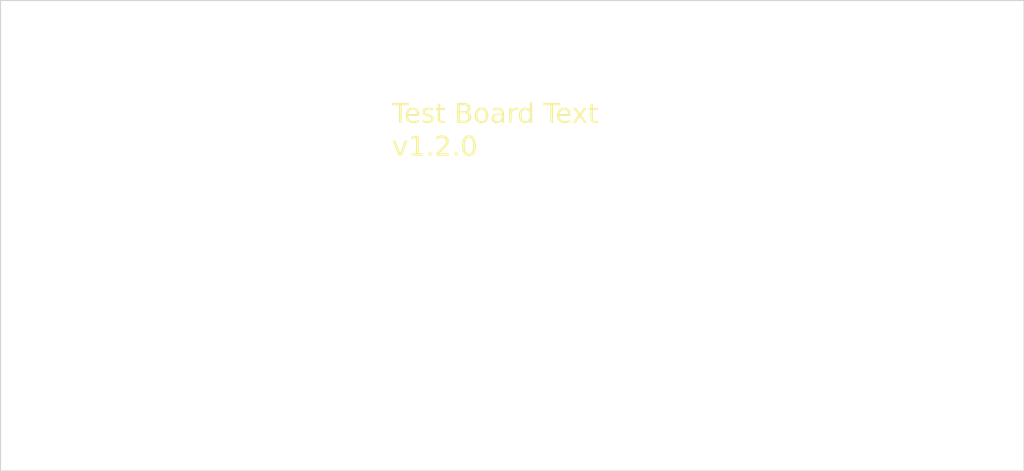
<source format=kicad_pcb>
(kicad_pcb
	(version 20241229)
	(generator "pcbnew")
	(generator_version "9.0")
	(general
		(thickness 1.6)
		(legacy_teardrops no)
	)
	(paper "A4")
	(layers
		(0 "F.Cu" signal)
		(2 "B.Cu" signal)
		(9 "F.Adhes" user "F.Adhesive")
		(11 "B.Adhes" user "B.Adhesive")
		(13 "F.Paste" user)
		(15 "B.Paste" user)
		(5 "F.SilkS" user "F.Silkscreen")
		(7 "B.SilkS" user "B.Silkscreen")
		(1 "F.Mask" user)
		(3 "B.Mask" user)
		(17 "Dwgs.User" user "User.Drawings")
		(19 "Cmts.User" user "User.Comments")
		(21 "Eco1.User" user "User.Eco1")
		(23 "Eco2.User" user "User.Eco2")
		(25 "Edge.Cuts" user)
		(27 "Margin" user)
		(31 "F.CrtYd" user "F.Courtyard")
		(29 "B.CrtYd" user "B.Courtyard")
		(35 "F.Fab" user)
		(33 "B.Fab" user)
		(39 "User.1" user)
		(41 "User.2" user)
		(43 "User.3" user)
		(45 "User.4" user)
	)
	(setup
		(pad_to_mask_clearance 0)
		(allow_soldermask_bridges_in_footprints no)
		(tenting front back)
		(pcbplotparams
			(layerselection 0x00000000_00000000_55555555_5755f5ff)
			(plot_on_all_layers_selection 0x00000000_00000000_00000000_00000000)
			(disableapertmacros no)
			(usegerberextensions no)
			(usegerberattributes yes)
			(usegerberadvancedattributes yes)
			(creategerberjobfile yes)
			(dashed_line_dash_ratio 12.000000)
			(dashed_line_gap_ratio 3.000000)
			(svgprecision 4)
			(plotframeref no)
			(mode 1)
			(useauxorigin no)
			(hpglpennumber 1)
			(hpglpenspeed 20)
			(hpglpendiameter 15.000000)
			(pdf_front_fp_property_popups yes)
			(pdf_back_fp_property_popups yes)
			(pdf_metadata yes)
			(pdf_single_document no)
			(dxfpolygonmode yes)
			(dxfimperialunits yes)
			(dxfusepcbnewfont yes)
			(psnegative no)
			(psa4output no)
			(plot_black_and_white yes)
			(plotinvisibletext no)
			(sketchpadsonfab no)
			(plotpadnumbers no)
			(hidednponfab no)
			(sketchdnponfab yes)
			(crossoutdnponfab yes)
			(subtractmaskfromsilk no)
			(outputformat 1)
			(mirror no)
			(drillshape 1)
			(scaleselection 1)
			(outputdirectory "")
		)
	)
	(net 0 "")
	(gr_rect
		(start 64.897 25.4)
		(end 117.348 49.53)
		(stroke
			(width 0.05)
			(type default)
		)
		(fill no)
		(layer "Edge.Cuts")
		(uuid "3ab10577-fba1-4a30-be57-3d37e566647b")
	)
	(gr_text "Test Board Text\nv1.2.0"
		(at 84.963 33.528 0)
		(layer "F.SilkS")
		(uuid "c54aa2b0-1b42-4121-ab43-5b0a5d966f76")
		(effects
			(font
				(face "Menlo")
				(size 1 1)
				(thickness 0.1)
			)
			(justify left bottom)
		)
		(render_cache "Test Board Text\nv1.2.0" 0
			(polygon
				(pts
					(xy 84.995117 30.658041) (xy 85.773153 30.658041) (xy 85.773153 30.775278) (xy 85.454172 30.775278)
					(xy 85.454172 31.678) (xy 85.315503 31.678) (xy 85.315503 30.775278) (xy 84.995117 30.775278)
				)
			)
			(polygon
				(pts
					(xy 86.321363 30.903037) (xy 86.38237 30.921894) (xy 86.434922 30.95241) (xy 86.480419 30.995219)
					(xy 86.517454 31.046797) (xy 86.54465 31.103139) (xy 86.562325 31.165084) (xy 86.57024 31.233722)
					(xy 86.57024 31.295027) (xy 86.025822 31.295027) (xy 86.025822 31.299118) (xy 86.028231 31.37925)
					(xy 86.040119 31.441013) (xy 86.059545 31.488171) (xy 86.08554 31.52376) (xy 86.120175 31.552739)
					(xy 86.161448 31.573913) (xy 86.210693 31.587273) (xy 86.269699 31.592026) (xy 86.330155 31.587399)
					(xy 86.395362 31.572914) (xy 86.461254 31.549626) (xy 86.535374 31.514845) (xy 86.535374 31.639348)
					(xy 86.463837 31.665178) (xy 86.397071 31.683006) (xy 86.330834 31.693988) (xy 86.268294 31.697539)
					(xy 86.196562 31.692798) (xy 86.134092 31.679291) (xy 86.079483 31.657741) (xy 86.031585 31.628377)
					(xy 85.989552 31.590927) (xy 85.9471 31.53502) (xy 85.915902 31.468832) (xy 85.896178 31.39035)
					(xy 85.889168 31.296981) (xy 85.895955 31.206146) (xy 85.898142 31.19733) (xy 86.030585 31.19733)
					(xy 86.444577 31.196658) (xy 86.434331 31.145681) (xy 86.415134 31.10037) (xy 86.386813 31.059699)
					(xy 86.35017 31.02833) (xy 86.303712 31.008906) (xy 86.24442 31.001935) (xy 86.186384 31.008877)
					(xy 86.137183 31.028863) (xy 86.09476 31.06208) (xy 86.060897 31.104811) (xy 86.039917 31.149544)
					(xy 86.030585 31.19733) (xy 85.898142 31.19733) (xy 85.915168 31.128704) (xy 85.945742 31.062385)
					(xy 85.987537 31.005416) (xy 86.040225 30.958156) (xy 86.100411 30.924463) (xy 86.169579 30.903686)
					(xy 86.249854 30.896422)
				)
			)
			(polygon
				(pts
					(xy 87.311944 30.939409) (xy 87.311944 31.060554) (xy 87.257178 31.032931) (xy 87.203317 31.013659)
					(xy 87.148188 31.001934) (xy 87.092003 30.998027) (xy 87.035357 31.00172) (xy 86.994087 31.011429)
					(xy 86.964631 31.025627) (xy 86.941515 31.046954) (xy 86.927581 31.074355) (xy 86.922621 31.10983)
					(xy 86.926466 31.142433) (xy 86.937057 31.167244) (xy 86.954006 31.186155) (xy 86.977671 31.199616)
					(xy 87.025579 31.215979) (xy 87.110444 31.235248) (xy 87.161002 31.244835) (xy 87.221078 31.261732)
					(xy 87.26745 31.285692) (xy 87.302724 31.316154) (xy 87.32895 31.354333) (xy 87.345165 31.400077)
					(xy 87.350901 31.455433) (xy 87.34553 31.510886) (xy 87.330215 31.558013) (xy 87.30536 31.598492)
					(xy 87.270301 31.633425) (xy 87.228812 31.660087) (xy 87.178799 31.680092) (xy 87.118602 31.692934)
					(xy 87.046208 31.697539) (xy 86.989012 31.694453) (xy 86.927384 31.684838) (xy 86.864353 31.66944)
					(xy 86.792806 31.646736) (xy 86.792806 31.517776) (xy 86.863126 31.550888) (xy 86.927323 31.573464)
					(xy 86.991015 31.587562) (xy 87.048956 31.592026) (xy 87.103643 31.587697) (xy 87.145774 31.575953)
					(xy 87.178038 31.558015) (xy 87.203398 31.532404) (xy 87.218533 31.501251) (xy 87.223833 31.46276)
					(xy 87.218589 31.43331) (xy 87.20264 31.407013) (xy 87.173651 31.382677) (xy 87.127027 31.360322)
					(xy 87.056466 31.341066) (xy 87.051032 31.339662) (xy 87.003893 31.330137) (xy 86.933158 31.311081)
					(xy 86.881716 31.286973) (xy 86.845379 31.258818) (xy 86.818356 31.222522) (xy 86.801554 31.177701)
					(xy 86.795554 31.12192) (xy 86.800592 31.068125) (xy 86.814866 31.022972) (xy 86.837843 30.984746)
					(xy 86.869987 30.952293) (xy 86.908305 30.927599) (xy 86.955254 30.908936) (xy 87.012586 30.896868)
					(xy 87.082417 30.892515) (xy 87.143135 30.895489) (xy 87.200569 30.904238) (xy 87.2566 30.918837)
				)
			)
			(polygon
				(pts
					(xy 87.908874 30.693212) (xy 87.908874 30.912054) (xy 88.194454 30.912054) (xy 88.194454 31.009751)
					(xy 87.908874 31.009751) (xy 87.908874 31.424842) (xy 87.913301 31.480633) (xy 87.924646 31.518325)
					(xy 87.940991 31.542933) (xy 87.964832 31.560133) (xy 88.000675 31.571861) (xy 88.053038 31.576394)
					(xy 88.194454 31.576394) (xy 88.194454 31.678) (xy 88.040704 31.678) (xy 87.968005 31.673529) (xy 87.912843 31.661569)
					(xy 87.871586 31.643796) (xy 87.841279 31.621091) (xy 87.818033 31.591194) (xy 87.799913 31.550563)
					(xy 87.787752 31.496307) (xy 87.783211 31.424842) (xy 87.783211 31.009751) (xy 87.578963 31.009751)
					(xy 87.578963 30.912054) (xy 87.783211 30.912054) (xy 87.783211 30.693212)
				)
			)
			(polygon
				(pts
					(xy 89.668264 30.662983) (xy 89.733323 30.676683) (xy 89.786646 30.697882) (xy 89.83021 30.725941)
					(xy 89.866826 30.762848) (xy 89.892965 30.806203) (xy 89.909183 30.857294) (xy 89.914901 30.918038)
					(xy 89.909978 30.960796) (xy 89.895282 31.000707) (xy 89.870144 31.038755) (xy 89.836905 31.069309)
					(xy 89.793054 31.092104) (xy 89.735932 31.106654) (xy 89.799469 31.123351) (xy 89.851237 31.151788)
					(xy 89.893408 31.192139) (xy 89.916791 31.228354) (xy 89.934608 31.273527) (xy 89.946221 31.329568)
					(xy 89.950438 31.398769) (xy 89.944179 31.466672) (xy 89.926594 31.522635) (xy 89.89854 31.569049)
					(xy 89.85958 31.607535) (xy 89.813139 31.636197) (xy 89.754445 31.658239) (xy 89.680819 31.672714)
					(xy 89.589081 31.678) (xy 89.287136 31.678) (xy 89.287136 31.564671) (xy 89.425805 31.564671) (xy 89.589081 31.564671)
					(xy 89.668704 31.558937) (xy 89.7237 31.544162) (xy 89.76054 31.522905) (xy 89.787645 31.491381)
					(xy 89.805203 31.447032) (xy 89.81177 31.385397) (xy 89.807475 31.320506) (xy 89.796087 31.272439)
					(xy 89.779273 31.237452) (xy 89.757792 31.212595) (xy 89.718944 31.188421) (xy 89.6644 31.172203)
					(xy 89.589081 31.166066) (xy 89.425805 31.166066) (xy 89.425805 31.564671) (xy 89.287136 31.564671)
					(xy 89.287136 31.052738) (xy 89.425805 31.052738) (xy 89.586333 31.052738) (xy 89.651989 31.047588)
					(xy 89.698533 31.034124) (xy 89.730803 31.014331) (xy 89.755848 30.986207) (xy 89.770539 30.954388)
					(xy 89.775561 30.917549) (xy 89.769986 30.867865) (xy 89.754961 30.831733) (xy 89.731475 30.805686)
					(xy 89.69999 30.788212) (xy 89.653366 30.776071) (xy 89.586333 30.77137) (xy 89.425805 30.77137)
					(xy 89.425805 31.052738) (xy 89.287136 31.052738) (xy 89.287136 30.658041) (xy 89.589081 30.658041)
				)
			)
			(polygon
				(pts
					(xy 90.514965 30.899604) (xy 90.580041 30.919585) (xy 90.634538 30.951528) (xy 90.680236 30.99589)
					(xy 90.714995 31.049111) (xy 90.741343 31.114876) (xy 90.758436 31.195796) (xy 90.764622 31.295027)
					(xy 90.758445 31.394708) (xy 90.741398 31.475799) (xy 90.71516 31.541517) (xy 90.680602 31.59453)
					(xy 90.635074 31.638674) (xy 90.5806 31.670509) (xy 90.51536 31.690454) (xy 90.436726 31.697539)
					(xy 90.358457 31.690465) (xy 90.293432 31.670539) (xy 90.239052 31.638707) (xy 90.193521 31.59453)
					(xy 90.158963 31.541517) (xy 90.132726 31.475799) (xy 90.115678 31.394708) (xy 90.109502 31.295027)
					(xy 90.242675 31.295027) (xy 90.249158 31.391999) (xy 90.266367 31.464052) (xy 90.291829 31.516738)
					(xy 90.319448 31.54978) (xy 90.352046 31.572891) (xy 90.39057 31.587051) (xy 90.436665 31.592026)
					(xy 90.483153 31.587035) (xy 90.5219 31.572849) (xy 90.554583 31.549735) (xy 90.582173 31.516738)
					(xy 90.607667 31.464048) (xy 90.624897 31.391994) (xy 90.631387 31.295027) (xy 90.624879 31.197587)
					(xy 90.607634 31.12548) (xy 90.582173 31.07301) (xy 90.554602 31.040165) (xy 90.521928 31.017141)
					(xy 90.483174 31.003003) (xy 90.436665 30.998027) (xy 90.390549 31.002987) (xy 90.352018 31.0171)
					(xy 90.319429 31.04012) (xy 90.291829 31.07301) (xy 90.2664 31.125475) (xy 90.249176 31.197582)
					(xy 90.242675 31.295027) (xy 90.109502 31.295027) (xy 90.115664 31.19577) (xy 90.132689 31.114842)
					(xy 90.158925 31.049087) (xy 90.193521 30.99589) (xy 90.239076 30.951538) (xy 90.293466 30.919596)
					(xy 90.358483 30.899609) (xy 90.436726 30.892515)
				)
			)
			(polygon
				(pts
					(xy 91.325348 30.895927) (xy 91.378982 30.905522) (xy 91.424688 30.920541) (xy 91.467078 30.942544)
					(xy 91.50318 30.970447) (xy 91.533682 31.004561) (xy 91.555455 31.041764) (xy 91.570562 31.088947)
					(xy 91.578278 31.145417) (xy 91.581492 31.239584) (xy 91.581492 31.678) (xy 91.455096 31.678) (xy 91.455096 31.563877)
					(xy 91.425097 31.606556) (xy 91.391353 31.63989) (xy 91.353614 31.664994) (xy 91.31167 31.682532)
					(xy 91.262607 31.693614) (xy 91.205053 31.697539) (xy 91.14713 31.693012) (xy 91.097666 31.680171)
					(xy 91.055187 31.659661) (xy 91.018573 31.631471) (xy 90.988552 31.596282) (xy 90.966981 31.555798)
					(xy 90.953599 31.50898) (xy 90.948903 31.454395) (xy 90.949713 31.445725) (xy 91.074566 31.445725)
					(xy 91.079587 31.49017) (xy 91.09361 31.525411) (xy 91.11621 31.553558) (xy 91.146177 31.574235)
					(xy 91.183936 31.587307) (xy 91.231675 31.592026) (xy 91.282342 31.587195) (xy 91.325534 31.573411)
					(xy 91.362739 31.551047) (xy 91.394952 31.519547) (xy 91.419825 31.482111) (xy 91.438487 31.437255)
					(xy 91.450548 31.383556) (xy 91.455096 31.319268) (xy 91.455096 31.291119) (xy 91.337616 31.291119)
					(xy 91.295911 31.291119) (xy 91.22323 31.296235) (xy 91.169442 31.309814) (xy 91.130254 31.329953)
					(xy 91.099656 31.35958) (xy 91.08115 31.397294) (xy 91.074566 31.445725) (xy 90.949713 31.445725)
					(xy 90.95477 31.391592) (xy 90.971298 31.339555) (xy 90.997759 31.296126) (xy 91.034632 31.259856)
					(xy 91.078488 31.232726) (xy 91.133416 31.211952) (xy 91.201778 31.198366) (xy 91.286386 31.193422)
					(xy 91.455096 31.193422) (xy 91.455096 31.173699) (xy 91.44879 31.113903) (xy 91.432803 31.070633)
					(xy 91.408629 31.039732) (xy 91.375462 31.018088) (xy 91.328298 31.003548) (xy 91.26245 30.998027)
					(xy 91.198355 31.00269) (xy 91.132635 31.016956) (xy 91.068331 31.040039) (xy 91.004896 31.072277)
					(xy 91.004896 30.947225) (xy 91.07429 30.922929) (xy 91.138436 30.906192) (xy 91.202002 30.895865)
					(xy 91.26245 30.892515)
				)
			)
			(polygon
				(pts
					(xy 92.489221 31.068369) (xy 92.447852 31.041495) (xy 92.407216 31.023734) (xy 92.364232 31.013358)
					(xy 92.315686 31.009751) (xy 92.25776 31.014837) (xy 92.209688 31.02914) (xy 92.169565 31.051918)
					(xy 92.136046 31.08339) (xy 92.110358 31.121414) (xy 92.090964 31.168246) (xy 92.078419 31.225718)
					(xy 92.073886 31.296065) (xy 92.073886 31.678) (xy 91.94749 31.678) (xy 91.94749 30.912054) (xy 92.073886 30.912054)
					(xy 92.073886 31.06037) (xy 92.09921 31.009471) (xy 92.131338 30.968408) (xy 92.170545 30.935868)
					(xy 92.215785 30.912154) (xy 92.266913 30.897581) (xy 92.325273 30.892515) (xy 92.370752 30.895442)
					(xy 92.41204 30.903933) (xy 92.451247 30.918371) (xy 92.489221 30.939409)
				)
			)
			(polygon
				(pts
					(xy 93.254128 31.678) (xy 93.128465 31.678) (xy 93.128465 31.582378) (xy 93.104818 31.617353) (xy 93.077011 31.645705)
					(xy 93.044751 31.668108) (xy 93.008896 31.684205) (xy 92.96899 31.694109) (xy 92.924217 31.697539)
					(xy 92.857285 31.69052) (xy 92.79981 31.670349) (xy 92.749768 31.637208) (xy 92.705925 31.589767)
					(xy 92.672955 31.53463) (xy 92.648098 31.468179) (xy 92.632102 31.388253) (xy 92.626527 31.295027)
					(xy 92.758865 31.295027) (xy 92.76504 31.392688) (xy 92.781362 31.464813) (xy 92.805332 31.517105)
					(xy 92.831649 31.550183) (xy 92.862615 31.573141) (xy 92.899092 31.587127) (xy 92.942658 31.592026)
					(xy 92.986181 31.587109) (xy 93.022831 31.573036) (xy 93.054145 31.549872) (xy 93.08096 31.516433)
					(xy 93.105556 31.463655) (xy 93.122198 31.39166) (xy 93.128465 31.295027) (xy 93.12218 31.197921)
					(xy 93.105524 31.125871) (xy 93.08096 31.073315) (xy 93.054164 31.040029) (xy 93.022858 31.016956)
					(xy 92.986201 31.00293) (xy 92.942658 30.998027) (xy 92.899096 31.00293) (xy 92.862621 31.016924)
					(xy 92.831652 31.039901) (xy 92.805332 31.07301) (xy 92.781364 31.125264) (xy 92.765041 31.197364)
					(xy 92.758865 31.295027) (xy 92.626527 31.295027) (xy 92.626363 31.292279) (xy 92.632113 31.197835)
					(xy 92.648152 31.119089) (xy 92.673115 31.053517) (xy 92.706292 30.999004) (xy 92.750201 30.952148)
					(xy 92.800218 30.919391) (xy 92.857562 30.899451) (xy 92.924217 30.892515) (xy 92.969441 30.895956)
					(xy 93.009688 30.905886) (xy 93.045789 30.922007) (xy 93.07818 30.944446) (xy 93.105622 30.972779)
					(xy 93.128465 31.007675) (xy 93.128465 30.615055) (xy 93.254128 30.615055)
				)
			)
			(polygon
				(pts
					(xy 94.25876 30.658041) (xy 95.036796 30.658041) (xy 95.036796 30.775278) (xy 94.717815 30.775278)
					(xy 94.717815 31.678) (xy 94.579146 31.678) (xy 94.579146 30.775278) (xy 94.25876 30.775278)
				)
			)
			(polygon
				(pts
					(xy 95.585005 30.903037) (xy 95.646012 30.921894) (xy 95.698564 30.95241) (xy 95.744062 30.995219)
					(xy 95.781097 31.046797) (xy 95.808292 31.103139) (xy 95.825967 31.165084) (xy 95.833882 31.233722)
					(xy 95.833882 31.295027) (xy 95.289465 31.295027) (xy 95.289465 31.299118) (xy 95.291874 31.37925)
					(xy 95.303762 31.441013) (xy 95.323188 31.488171) (xy 95.349182 31.52376) (xy 95.383818 31.552739)
					(xy 95.425091 31.573913) (xy 95.474336 31.587273) (xy 95.533341 31.592026) (xy 95.593798 31.587399)
					(xy 95.659004 31.572914) (xy 95.724897 31.549626) (xy 95.799017 31.514845) (xy 95.799017 31.639348)
					(xy 95.727479 31.665178) (xy 95.660714 31.683006) (xy 95.594476 31.693988) (xy 95.531937 31.697539)
					(xy 95.460204 31.692798) (xy 95.397734 31.679291) (xy 95.343126 31.657741) (xy 95.295228 31.628377)
					(xy 95.253195 31.590927) (xy 95.210742 31.53502) (xy 95.179544 31.468832) (xy 95.159821 31.39035)
					(xy 95.152811 31.296981) (xy 95.159598 31.206146) (xy 95.161785 31.19733) (xy 95.294228 31.19733)
					(xy 95.708219 31.196658) (xy 95.697974 31.145681) (xy 95.678777 31.10037) (xy 95.650456 31.059699)
					(xy 95.613813 31.02833) (xy 95.567355 31.008906) (xy 95.508062 31.001935) (xy 95.450026 31.008877)
					(xy 95.400825 31.028863) (xy 95.358403 31.06208) (xy 95.32454 31.104811) (xy 95.30356 31.149544)
					(xy 95.294228 31.19733) (xy 95.161785 31.19733) (xy 95.178811 31.128704) (xy 95.209385 31.062385)
					(xy 95.25118 31.005416) (xy 95.303868 30.958156) (xy 95.364054 30.924463) (xy 95.433222 30.903686)
					(xy 95.513497 30.896422)
				)
			)
			(polygon
				(pts
					(xy 96.674688 30.912054) (xy 96.400709 31.278601) (xy 96.701311 31.678) (xy 96.555803 31.678) (xy 96.331771 31.370925)
					(xy 96.10835 31.678) (xy 95.962842 31.678) (xy 96.263444 31.278601) (xy 95.989526 30.912054) (xy 96.128867 30.912054)
					(xy 96.331771 31.189025) (xy 96.533272 30.912054)
				)
			)
			(polygon
				(pts
					(xy 97.172516 30.693212) (xy 97.172516 30.912054) (xy 97.458097 30.912054) (xy 97.458097 31.009751)
					(xy 97.172516 31.009751) (xy 97.172516 31.424842) (xy 97.176944 31.480633) (xy 97.188288 31.518325)
					(xy 97.204634 31.542933) (xy 97.228475 31.560133) (xy 97.264318 31.571861) (xy 97.316681 31.576394)
					(xy 97.458097 31.576394) (xy 97.458097 31.678) (xy 97.304346 31.678) (xy 97.231648 31.673529) (xy 97.176486 31.661569)
					(xy 97.135229 31.643796) (xy 97.104922 31.621091) (xy 97.081675 31.591194) (xy 97.063556 31.550563)
					(xy 97.051395 31.496307) (xy 97.046853 31.424842) (xy 97.046853 31.009751) (xy 96.842605 31.009751)
					(xy 96.842605 30.912054) (xy 97.046853 30.912054) (xy 97.046853 30.693212)
				)
			)
			(polygon
				(pts
					(xy 85.031326 32.592054) (xy 85.161813 32.592054) (xy 85.38383 33.234901) (xy 85.606518 32.592054)
					(xy 85.736944 32.592054) (xy 85.465102 33.358) (xy 85.303169 33.358)
				)
			)
			(polygon
				(pts
					(xy 85.989613 33.240763) (xy 86.20412 33.240763) (xy 86.20412 32.472131) (xy 85.947237 32.595473)
					(xy 85.947237 32.463216) (xy 86.202715 32.341949) (xy 86.340712 32.341949) (xy 86.340712 33.240763)
					(xy 86.552471 33.240763) (xy 86.552471 33.358) (xy 85.989613 33.358)
				)
			)
			(polygon
				(pts
					(xy 86.913034 33.08054) (xy 87.153491 33.08054) (xy 87.153491 33.358) (xy 86.913034 33.358)
				)
			)
			(polygon
				(pts
					(xy 87.744254 33.240763) (xy 88.212895 33.240763) (xy 88.212895 33.358) (xy 87.593312 33.358) (xy 87.593312 33.240763)
					(xy 87.816672 33.003359) (xy 87.948502 32.858034) (xy 88.009433 32.777261) (xy 88.040704 32.723334)
					(xy 88.058732 32.670866) (xy 88.064639 32.617883) (xy 88.05859 32.563164) (xy 88.041661 32.519437)
					(xy 88.014386 32.484221) (xy 87.978178 32.458013) (xy 87.933136 32.441617) (xy 87.876756 32.435739)
					(xy 87.814235 32.44111) (xy 87.746269 32.458026) (xy 87.677964 32.485128) (xy 87.601494 32.52562)
					(xy 87.601494 32.384936) (xy 87.672139 32.355748) (xy 87.739796 32.335294) (xy 87.807829 32.322643)
					(xy 87.874069 32.318502) (xy 87.948513 32.323978) (xy 88.012339 32.339511) (xy 88.067316 32.364268)
					(xy 88.114831 32.398125) (xy 88.154709 32.440956) (xy 88.182864 32.489189) (xy 88.200076 32.54392)
					(xy 88.206056 32.60677) (xy 88.198636 32.671573) (xy 88.175648 32.737989) (xy 88.138155 32.803436)
					(xy 88.076913 32.882764) (xy 87.965904 33.005801)
				)
			)
			(polygon
				(pts
					(xy 88.597333 33.08054) (xy 88.83779 33.08054) (xy 88.83779 33.358) (xy 88.597333 33.358)
				)
			)
			(polygon
				(pts
					(xy 89.658353 32.328056) (xy 89.713589 32.344224) (xy 89.761844 32.370439) (xy 89.804269 32.407153)
					(xy 89.841445 32.455705) (xy 89.875035 32.522523) (xy 89.901319 32.607767) (xy 89.91876 32.715404)
					(xy 89.925159 32.849974) (xy 89.918761 32.984541) (xy 89.901321 33.09219) (xy 89.875037 33.177458)
					(xy 89.841445 33.244304) (xy 89.804272 33.292832) (xy 89.761849 33.329529) (xy 89.713595 33.355732)
					(xy 89.658356 33.371894) (xy 89.594516 33.377539) (xy 89.530697 33.371892) (xy 89.475512 33.355727)
					(xy 89.427335 33.329523) (xy 89.385009 33.292829) (xy 89.347952 33.244304) (xy 89.314517 33.177481)
					(xy 89.307739 33.1554) (xy 89.447665 33.1554) (xy 89.478445 33.207889) (xy 89.512714 33.241966)
					(xy 89.550875 33.261519) (xy 89.594577 33.268118) (xy 89.639488 33.261816) (xy 89.677543 33.243473)
					(xy 89.710523 33.212202) (xy 89.738985 33.164987) (xy 89.757575 33.114396) (xy 89.772567 33.047542)
					(xy 89.78272 32.960792) (xy 89.78649 32.850096) (xy 89.782884 32.740094) (xy 89.772813 32.64652)
					(xy 89.447665 33.1554) (xy 89.307739 33.1554) (xy 89.288346 33.092223) (xy 89.270977 32.984566)
					(xy 89.264605 32.849974) (xy 89.264608 32.849913) (xy 89.403273 32.849913) (xy 89.40663 32.944583)
					(xy 89.416279 33.030226) (xy 89.734589 32.522689) (xy 89.704741 32.481136) (xy 89.671967 32.453479)
					(xy 89.635698 32.437318) (xy 89.594577 32.431831) (xy 89.549988 32.438117) (xy 89.512119 32.45644)
					(xy 89.479209 32.487724) (xy 89.450718 32.535023) (xy 89.432152 32.585611) (xy 89.41718 32.652464)
					(xy 89.407039 32.739215) (xy 89.403273 32.849913) (xy 89.264608 32.849913) (xy 89.270978 32.71538)
					(xy 89.288348 32.607734) (xy 89.314519 32.522499) (xy 89.347952 32.455705) (xy 89.385012 32.407156)
					(xy 89.42734 32.370444) (xy 89.475518 32.34423) (xy 89.530701 32.328059) (xy 89.594516 32.32241)
				)
			)
		)
	)
	(embedded_fonts no)
)

</source>
